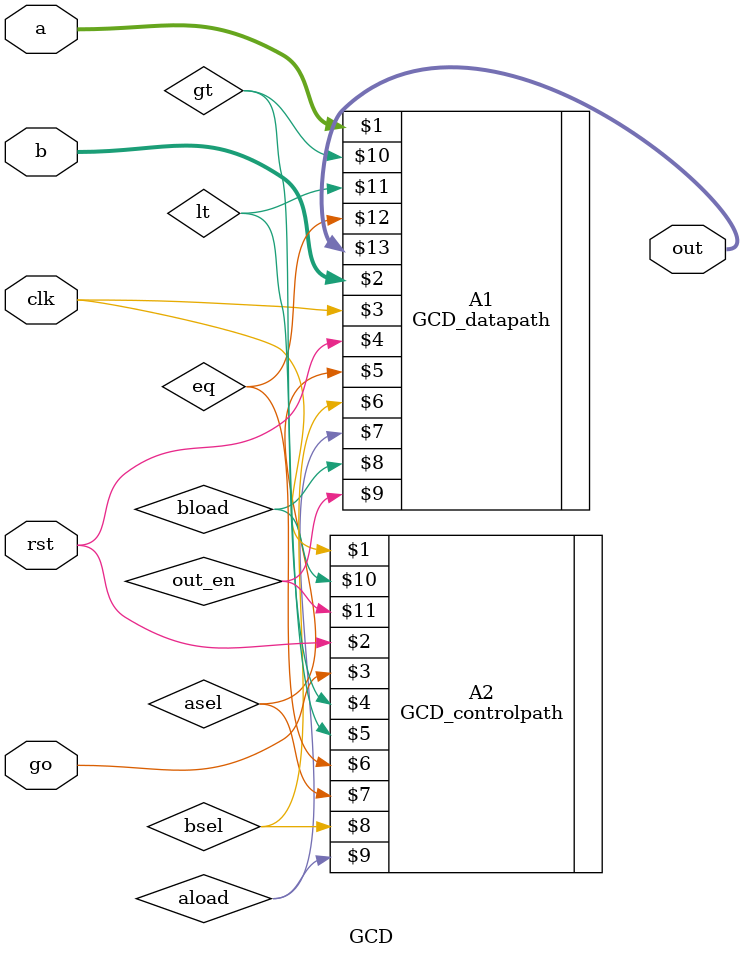
<source format=v>
module GCD(clk,rst,go,a,b,out);
input clk,rst,go;
input [7:0]a,b;
output [7:0]out;
wire asel,bsel,aload,bload,out_en,gt,lt,eq;
GCD_datapath A1(a,b,clk,rst,asel,bsel,aload,bload,out_en,gt,lt,eq,out);
GCD_controlpath A2(clk,rst,go,gt,lt,eq,asel,bsel,aload,bload,out_en);
endmodule

</source>
